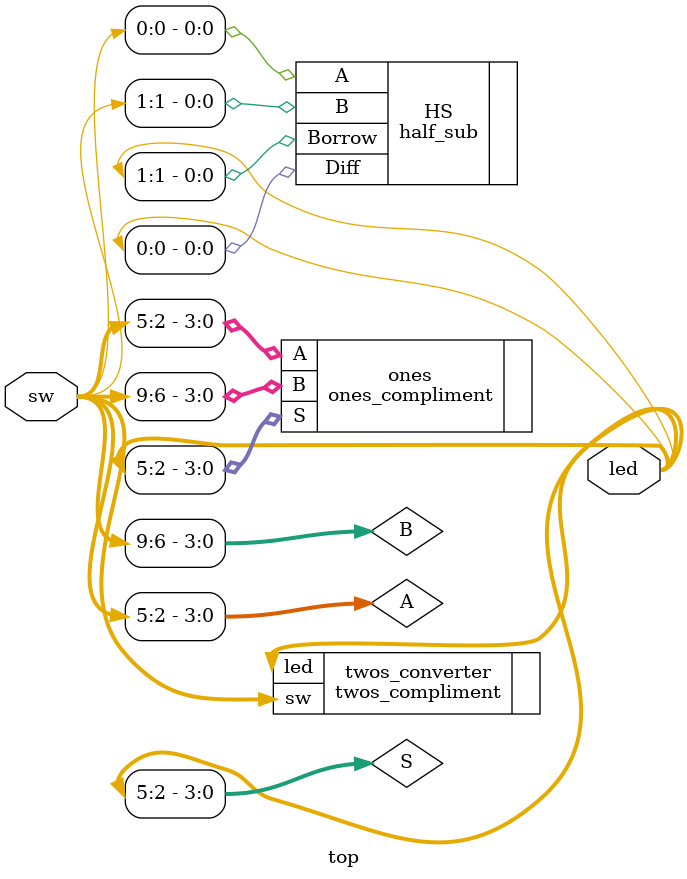
<source format=v>
module top(
    input [9:0] sw,
    output [13:0] led
);
	// half subtractor
	half_sub HS(
		.A(sw[0]),
		.B(sw[1]),
		.Diff(led[0]),
		.Borrow(led[1])
	);

	// one's compliment adder/subtractor
	wire [3:0] A = { sw[5], sw[4], sw[3], sw[2] };
	wire [3:0] B = { sw[9], sw[8], sw[7], sw[6] };
	wire [3:0] S;

	ones_compliment ones (.A(A), .B(B), .S(S));

	assign led[5:2] = S;

	// two's compliment converter
	twos_compliment twos_converter (.sw(sw), .led(led));        

endmodule
</source>
